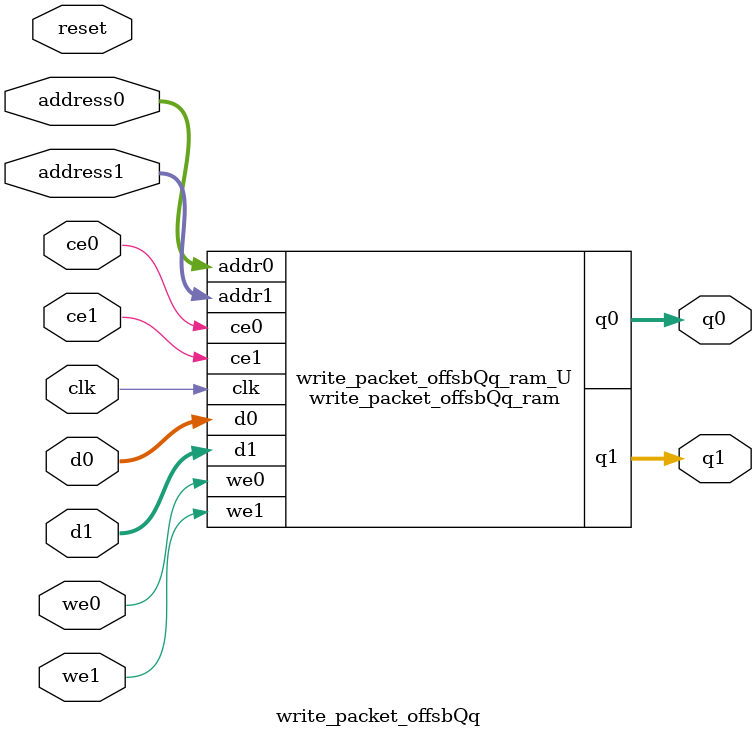
<source format=v>

`timescale 1 ns / 1 ps
module write_packet_offsbQq_ram (addr0, ce0, d0, we0, q0, addr1, ce1, d1, we1, q1,  clk);

parameter DWIDTH = 32;
parameter AWIDTH = 8;
parameter MEM_SIZE = 130;

input[AWIDTH-1:0] addr0;
input ce0;
input[DWIDTH-1:0] d0;
input we0;
output reg[DWIDTH-1:0] q0;
input[AWIDTH-1:0] addr1;
input ce1;
input[DWIDTH-1:0] d1;
input we1;
output reg[DWIDTH-1:0] q1;
input clk;

(* ram_style = "block" *)reg [DWIDTH-1:0] ram[0:MEM_SIZE-1];




always @(posedge clk)  
begin 
    if (ce0) 
    begin
        if (we0) 
        begin 
            ram[addr0] <= d0; 
            q0 <= d0;
        end 
        else 
            q0 <= ram[addr0];
    end
end


always @(posedge clk)  
begin 
    if (ce1) 
    begin
        if (we1) 
        begin 
            ram[addr1] <= d1; 
            q1 <= d1;
        end 
        else 
            q1 <= ram[addr1];
    end
end


endmodule


`timescale 1 ns / 1 ps
module write_packet_offsbQq(
    reset,
    clk,
    address0,
    ce0,
    we0,
    d0,
    q0,
    address1,
    ce1,
    we1,
    d1,
    q1);

parameter DataWidth = 32'd32;
parameter AddressRange = 32'd130;
parameter AddressWidth = 32'd8;
input reset;
input clk;
input[AddressWidth - 1:0] address0;
input ce0;
input we0;
input[DataWidth - 1:0] d0;
output[DataWidth - 1:0] q0;
input[AddressWidth - 1:0] address1;
input ce1;
input we1;
input[DataWidth - 1:0] d1;
output[DataWidth - 1:0] q1;



write_packet_offsbQq_ram write_packet_offsbQq_ram_U(
    .clk( clk ),
    .addr0( address0 ),
    .ce0( ce0 ),
    .d0( d0 ),
    .we0( we0 ),
    .q0( q0 ),
    .addr1( address1 ),
    .ce1( ce1 ),
    .d1( d1 ),
    .we1( we1 ),
    .q1( q1 ));

endmodule


</source>
